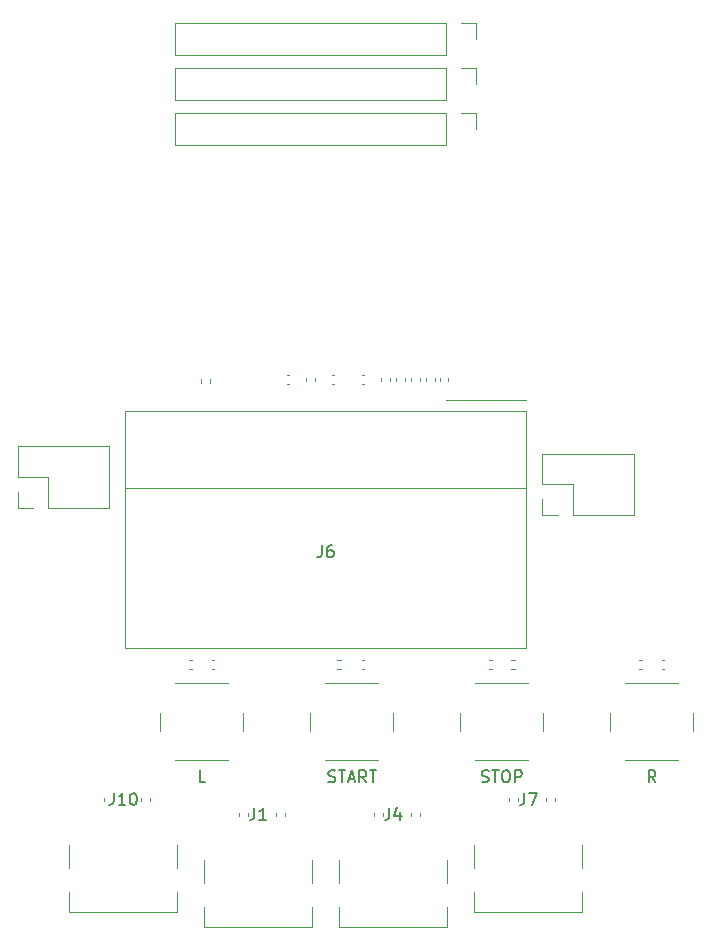
<source format=gbr>
%TF.GenerationSoftware,KiCad,Pcbnew,(6.0.5)*%
%TF.CreationDate,2022-10-18T22:35:11+09:00*%
%TF.ProjectId,IO_Board,494f5f42-6f61-4726-942e-6b696361645f,rev?*%
%TF.SameCoordinates,Original*%
%TF.FileFunction,Legend,Top*%
%TF.FilePolarity,Positive*%
%FSLAX46Y46*%
G04 Gerber Fmt 4.6, Leading zero omitted, Abs format (unit mm)*
G04 Created by KiCad (PCBNEW (6.0.5)) date 2022-10-18 22:35:11*
%MOMM*%
%LPD*%
G01*
G04 APERTURE LIST*
%ADD10C,0.150000*%
%ADD11C,0.120000*%
G04 APERTURE END LIST*
D10*
%TO.C,R*%
X180324523Y-140152380D02*
X179991190Y-139676190D01*
X179753095Y-140152380D02*
X179753095Y-139152380D01*
X180134047Y-139152380D01*
X180229285Y-139200000D01*
X180276904Y-139247619D01*
X180324523Y-139342857D01*
X180324523Y-139485714D01*
X180276904Y-139580952D01*
X180229285Y-139628571D01*
X180134047Y-139676190D01*
X179753095Y-139676190D01*
%TO.C,J4*%
X157781666Y-142327380D02*
X157781666Y-143041666D01*
X157734047Y-143184523D01*
X157638809Y-143279761D01*
X157495952Y-143327380D01*
X157400714Y-143327380D01*
X158686428Y-142660714D02*
X158686428Y-143327380D01*
X158448333Y-142279761D02*
X158210238Y-142994047D01*
X158829285Y-142994047D01*
%TO.C,START*%
X152638809Y-140104761D02*
X152781666Y-140152380D01*
X153019761Y-140152380D01*
X153115000Y-140104761D01*
X153162619Y-140057142D01*
X153210238Y-139961904D01*
X153210238Y-139866666D01*
X153162619Y-139771428D01*
X153115000Y-139723809D01*
X153019761Y-139676190D01*
X152829285Y-139628571D01*
X152734047Y-139580952D01*
X152686428Y-139533333D01*
X152638809Y-139438095D01*
X152638809Y-139342857D01*
X152686428Y-139247619D01*
X152734047Y-139200000D01*
X152829285Y-139152380D01*
X153067380Y-139152380D01*
X153210238Y-139200000D01*
X153495952Y-139152380D02*
X154067380Y-139152380D01*
X153781666Y-140152380D02*
X153781666Y-139152380D01*
X154353095Y-139866666D02*
X154829285Y-139866666D01*
X154257857Y-140152380D02*
X154591190Y-139152380D01*
X154924523Y-140152380D01*
X155829285Y-140152380D02*
X155495952Y-139676190D01*
X155257857Y-140152380D02*
X155257857Y-139152380D01*
X155638809Y-139152380D01*
X155734047Y-139200000D01*
X155781666Y-139247619D01*
X155829285Y-139342857D01*
X155829285Y-139485714D01*
X155781666Y-139580952D01*
X155734047Y-139628571D01*
X155638809Y-139676190D01*
X155257857Y-139676190D01*
X156115000Y-139152380D02*
X156686428Y-139152380D01*
X156400714Y-140152380D02*
X156400714Y-139152380D01*
%TO.C,J10*%
X134445476Y-141057380D02*
X134445476Y-141771666D01*
X134397857Y-141914523D01*
X134302619Y-142009761D01*
X134159761Y-142057380D01*
X134064523Y-142057380D01*
X135445476Y-142057380D02*
X134874047Y-142057380D01*
X135159761Y-142057380D02*
X135159761Y-141057380D01*
X135064523Y-141200238D01*
X134969285Y-141295476D01*
X134874047Y-141343095D01*
X136064523Y-141057380D02*
X136159761Y-141057380D01*
X136255000Y-141105000D01*
X136302619Y-141152619D01*
X136350238Y-141247857D01*
X136397857Y-141438333D01*
X136397857Y-141676428D01*
X136350238Y-141866904D01*
X136302619Y-141962142D01*
X136255000Y-142009761D01*
X136159761Y-142057380D01*
X136064523Y-142057380D01*
X135969285Y-142009761D01*
X135921666Y-141962142D01*
X135874047Y-141866904D01*
X135826428Y-141676428D01*
X135826428Y-141438333D01*
X135874047Y-141247857D01*
X135921666Y-141152619D01*
X135969285Y-141105000D01*
X136064523Y-141057380D01*
%TO.C,J6*%
X152066666Y-120102380D02*
X152066666Y-120816666D01*
X152019047Y-120959523D01*
X151923809Y-121054761D01*
X151780952Y-121102380D01*
X151685714Y-121102380D01*
X152971428Y-120102380D02*
X152780952Y-120102380D01*
X152685714Y-120150000D01*
X152638095Y-120197619D01*
X152542857Y-120340476D01*
X152495238Y-120530952D01*
X152495238Y-120911904D01*
X152542857Y-121007142D01*
X152590476Y-121054761D01*
X152685714Y-121102380D01*
X152876190Y-121102380D01*
X152971428Y-121054761D01*
X153019047Y-121007142D01*
X153066666Y-120911904D01*
X153066666Y-120673809D01*
X153019047Y-120578571D01*
X152971428Y-120530952D01*
X152876190Y-120483333D01*
X152685714Y-120483333D01*
X152590476Y-120530952D01*
X152542857Y-120578571D01*
X152495238Y-120673809D01*
%TO.C,L*%
X142224523Y-140152380D02*
X141748333Y-140152380D01*
X141748333Y-139152380D01*
%TO.C,STOP*%
X165624523Y-140104761D02*
X165767380Y-140152380D01*
X166005476Y-140152380D01*
X166100714Y-140104761D01*
X166148333Y-140057142D01*
X166195952Y-139961904D01*
X166195952Y-139866666D01*
X166148333Y-139771428D01*
X166100714Y-139723809D01*
X166005476Y-139676190D01*
X165815000Y-139628571D01*
X165719761Y-139580952D01*
X165672142Y-139533333D01*
X165624523Y-139438095D01*
X165624523Y-139342857D01*
X165672142Y-139247619D01*
X165719761Y-139200000D01*
X165815000Y-139152380D01*
X166053095Y-139152380D01*
X166195952Y-139200000D01*
X166481666Y-139152380D02*
X167053095Y-139152380D01*
X166767380Y-140152380D02*
X166767380Y-139152380D01*
X167576904Y-139152380D02*
X167767380Y-139152380D01*
X167862619Y-139200000D01*
X167957857Y-139295238D01*
X168005476Y-139485714D01*
X168005476Y-139819047D01*
X167957857Y-140009523D01*
X167862619Y-140104761D01*
X167767380Y-140152380D01*
X167576904Y-140152380D01*
X167481666Y-140104761D01*
X167386428Y-140009523D01*
X167338809Y-139819047D01*
X167338809Y-139485714D01*
X167386428Y-139295238D01*
X167481666Y-139200000D01*
X167576904Y-139152380D01*
X168434047Y-140152380D02*
X168434047Y-139152380D01*
X168815000Y-139152380D01*
X168910238Y-139200000D01*
X168957857Y-139247619D01*
X169005476Y-139342857D01*
X169005476Y-139485714D01*
X168957857Y-139580952D01*
X168910238Y-139628571D01*
X168815000Y-139676190D01*
X168434047Y-139676190D01*
%TO.C,J7*%
X169211666Y-141057380D02*
X169211666Y-141771666D01*
X169164047Y-141914523D01*
X169068809Y-142009761D01*
X168925952Y-142057380D01*
X168830714Y-142057380D01*
X169592619Y-141057380D02*
X170259285Y-141057380D01*
X169830714Y-142057380D01*
%TO.C,J1*%
X146351666Y-142327380D02*
X146351666Y-143041666D01*
X146304047Y-143184523D01*
X146208809Y-143279761D01*
X146065952Y-143327380D01*
X145970714Y-143327380D01*
X147351666Y-143327380D02*
X146780238Y-143327380D01*
X147065952Y-143327380D02*
X147065952Y-142327380D01*
X146970714Y-142470238D01*
X146875476Y-142565476D01*
X146780238Y-142613095D01*
D11*
%TO.C,R*%
X183515000Y-135775000D02*
X183515000Y-134275000D01*
X177765000Y-138275000D02*
X182265000Y-138275000D01*
X182265000Y-131775000D02*
X177765000Y-131775000D01*
X176515000Y-134275000D02*
X176515000Y-135775000D01*
%TO.C,R7*%
X160400000Y-143028641D02*
X160400000Y-142721359D01*
X159640000Y-143028641D02*
X159640000Y-142721359D01*
%TO.C,J3*%
X162555000Y-83506000D02*
X162555000Y-86166000D01*
X163825000Y-83506000D02*
X165155000Y-83506000D01*
X162555000Y-86166000D02*
X139635000Y-86166000D01*
X162555000Y-83506000D02*
X139635000Y-83506000D01*
X165155000Y-83506000D02*
X165155000Y-84836000D01*
X139635000Y-83506000D02*
X139635000Y-86166000D01*
%TO.C,R2*%
X145795000Y-143028641D02*
X145795000Y-142721359D01*
X145035000Y-143028641D02*
X145035000Y-142721359D01*
%TO.C,C6*%
X155467164Y-106405000D02*
X155682836Y-106405000D01*
X155467164Y-105685000D02*
X155682836Y-105685000D01*
%TO.C,R12*%
X133605000Y-141758641D02*
X133605000Y-141451359D01*
X134365000Y-141758641D02*
X134365000Y-141451359D01*
%TO.C,R9*%
X140816359Y-130555000D02*
X141123641Y-130555000D01*
X140816359Y-129795000D02*
X141123641Y-129795000D01*
%TO.C,J4*%
X153535000Y-146740000D02*
X153535000Y-148660000D01*
X153535000Y-152375000D02*
X153535000Y-150670000D01*
X162695000Y-152375000D02*
X153535000Y-152375000D01*
X162695000Y-150670000D02*
X162695000Y-152375000D01*
X162695000Y-148660000D02*
X162695000Y-146740000D01*
%TO.C,J9*%
X170755000Y-114935000D02*
X170755000Y-112335000D01*
X172085000Y-117535000D02*
X170755000Y-117535000D01*
X170755000Y-117535000D02*
X170755000Y-116205000D01*
X170755000Y-112335000D02*
X178495000Y-112335000D01*
X178495000Y-117535000D02*
X178495000Y-112335000D01*
X173355000Y-117535000D02*
X178495000Y-117535000D01*
X173355000Y-114935000D02*
X170755000Y-114935000D01*
X173355000Y-117535000D02*
X173355000Y-114935000D01*
%TO.C,C11*%
X160930000Y-105937164D02*
X160930000Y-106152836D01*
X161650000Y-105937164D02*
X161650000Y-106152836D01*
%TO.C,START*%
X151115000Y-134275000D02*
X151115000Y-135775000D01*
X152365000Y-138275000D02*
X156865000Y-138275000D01*
X158115000Y-135775000D02*
X158115000Y-134275000D01*
X156865000Y-131775000D02*
X152365000Y-131775000D01*
%TO.C,J2*%
X126320000Y-116905000D02*
X126320000Y-115575000D01*
X128920000Y-114305000D02*
X126320000Y-114305000D01*
X134060000Y-116905000D02*
X134060000Y-111705000D01*
X128920000Y-116905000D02*
X134060000Y-116905000D01*
X126320000Y-114305000D02*
X126320000Y-111705000D01*
X126320000Y-111705000D02*
X134060000Y-111705000D01*
X127650000Y-116905000D02*
X126320000Y-116905000D01*
X128920000Y-116905000D02*
X128920000Y-114305000D01*
%TO.C,C3*%
X150770000Y-105937164D02*
X150770000Y-106152836D01*
X151490000Y-105937164D02*
X151490000Y-106152836D01*
%TO.C,R8*%
X178916359Y-130555000D02*
X179223641Y-130555000D01*
X178916359Y-129795000D02*
X179223641Y-129795000D01*
%TO.C,J10*%
X139835000Y-149400000D02*
X139835000Y-151105000D01*
X139835000Y-147390000D02*
X139835000Y-145470000D01*
X139835000Y-151105000D02*
X130675000Y-151105000D01*
X130675000Y-151105000D02*
X130675000Y-149400000D01*
X130675000Y-145470000D02*
X130675000Y-147390000D01*
%TO.C,R13*%
X136780000Y-141758641D02*
X136780000Y-141451359D01*
X137540000Y-141758641D02*
X137540000Y-141451359D01*
%TO.C,R5*%
X168428641Y-129795000D02*
X168121359Y-129795000D01*
X168428641Y-130555000D02*
X168121359Y-130555000D01*
%TO.C,J6*%
X169400000Y-107745000D02*
X163400000Y-107745000D01*
X163400000Y-107745000D02*
X162600000Y-107745000D01*
X135400000Y-128745000D02*
X169400000Y-128745000D01*
X169400000Y-115245000D02*
X135400000Y-115245000D01*
X169400000Y-108745000D02*
X169400000Y-128745000D01*
X135400000Y-108745000D02*
X169400000Y-108745000D01*
X162600000Y-107745000D02*
X162560000Y-107745000D01*
X169400000Y-108745000D02*
X169400000Y-115245000D01*
X135400000Y-128745000D02*
X135400000Y-108745000D01*
%TO.C,C9*%
X180867164Y-129815000D02*
X181082836Y-129815000D01*
X180867164Y-130535000D02*
X181082836Y-130535000D01*
%TO.C,L*%
X139665000Y-138275000D02*
X144165000Y-138275000D01*
X145415000Y-135775000D02*
X145415000Y-134275000D01*
X138415000Y-134275000D02*
X138415000Y-135775000D01*
X144165000Y-131775000D02*
X139665000Y-131775000D01*
%TO.C,C12*%
X162765000Y-105937164D02*
X162765000Y-106152836D01*
X162045000Y-105937164D02*
X162045000Y-106152836D01*
%TO.C,C7*%
X157120000Y-105937164D02*
X157120000Y-106152836D01*
X157840000Y-105937164D02*
X157840000Y-106152836D01*
%TO.C,C1*%
X155467164Y-129815000D02*
X155682836Y-129815000D01*
X155467164Y-130535000D02*
X155682836Y-130535000D01*
%TO.C,R11*%
X171830000Y-141758641D02*
X171830000Y-141451359D01*
X171070000Y-141758641D02*
X171070000Y-141451359D01*
%TO.C,R6*%
X157225000Y-143028641D02*
X157225000Y-142721359D01*
X156465000Y-143028641D02*
X156465000Y-142721359D01*
%TO.C,R1*%
X153391359Y-129795000D02*
X153698641Y-129795000D01*
X153391359Y-130555000D02*
X153698641Y-130555000D01*
%TO.C,C4*%
X149332836Y-105685000D02*
X149117164Y-105685000D01*
X149332836Y-106405000D02*
X149117164Y-106405000D01*
%TO.C,C10*%
X160380000Y-105937164D02*
X160380000Y-106152836D01*
X159660000Y-105937164D02*
X159660000Y-106152836D01*
%TO.C,C8*%
X158390000Y-105937164D02*
X158390000Y-106152836D01*
X159110000Y-105937164D02*
X159110000Y-106152836D01*
%TO.C,C2*%
X166477836Y-130535000D02*
X166262164Y-130535000D01*
X166477836Y-129815000D02*
X166262164Y-129815000D01*
%TO.C,C13*%
X142767164Y-129815000D02*
X142982836Y-129815000D01*
X142767164Y-130535000D02*
X142982836Y-130535000D01*
%TO.C,STOP*%
X163815000Y-134275000D02*
X163815000Y-135775000D01*
X170815000Y-135775000D02*
X170815000Y-134275000D01*
X165065000Y-138275000D02*
X169565000Y-138275000D01*
X169565000Y-131775000D02*
X165065000Y-131775000D01*
%TO.C,C5*%
X152927164Y-105685000D02*
X153142836Y-105685000D01*
X152927164Y-106405000D02*
X153142836Y-106405000D01*
%TO.C,R10*%
X167895000Y-141758641D02*
X167895000Y-141451359D01*
X168655000Y-141758641D02*
X168655000Y-141451359D01*
%TO.C,R3*%
X148210000Y-143028641D02*
X148210000Y-142721359D01*
X148970000Y-143028641D02*
X148970000Y-142721359D01*
%TO.C,J7*%
X174125000Y-151105000D02*
X164965000Y-151105000D01*
X174125000Y-147390000D02*
X174125000Y-145470000D01*
X164965000Y-145470000D02*
X164965000Y-147390000D01*
X164965000Y-151105000D02*
X164965000Y-149400000D01*
X174125000Y-149400000D02*
X174125000Y-151105000D01*
%TO.C,J5*%
X163830000Y-75886000D02*
X165160000Y-75886000D01*
X165160000Y-75886000D02*
X165160000Y-77216000D01*
X162560000Y-78546000D02*
X139640000Y-78546000D01*
X139640000Y-75886000D02*
X139640000Y-78546000D01*
X162560000Y-75886000D02*
X139640000Y-75886000D01*
X162560000Y-75886000D02*
X162560000Y-78546000D01*
%TO.C,R4*%
X141860000Y-106323641D02*
X141860000Y-106016359D01*
X142620000Y-106323641D02*
X142620000Y-106016359D01*
%TO.C,J8*%
X139640000Y-79696000D02*
X139640000Y-82356000D01*
X162560000Y-82356000D02*
X139640000Y-82356000D01*
X162560000Y-79696000D02*
X139640000Y-79696000D01*
X165160000Y-79696000D02*
X165160000Y-81026000D01*
X163830000Y-79696000D02*
X165160000Y-79696000D01*
X162560000Y-79696000D02*
X162560000Y-82356000D01*
%TO.C,J1*%
X142105000Y-146740000D02*
X142105000Y-148660000D01*
X151265000Y-148660000D02*
X151265000Y-146740000D01*
X151265000Y-152375000D02*
X142105000Y-152375000D01*
X142105000Y-152375000D02*
X142105000Y-150670000D01*
X151265000Y-150670000D02*
X151265000Y-152375000D01*
%TD*%
M02*

</source>
